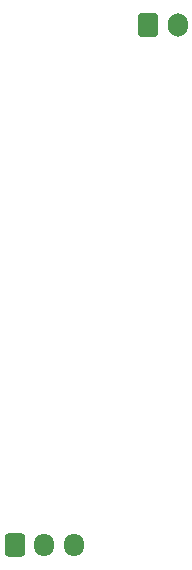
<source format=gbr>
%TF.GenerationSoftware,KiCad,Pcbnew,9.0.4*%
%TF.CreationDate,2025-10-23T14:08:19-04:00*%
%TF.ProjectId,BMS,424d532e-6b69-4636-9164-5f7063625858,rev?*%
%TF.SameCoordinates,Original*%
%TF.FileFunction,Soldermask,Bot*%
%TF.FilePolarity,Negative*%
%FSLAX46Y46*%
G04 Gerber Fmt 4.6, Leading zero omitted, Abs format (unit mm)*
G04 Created by KiCad (PCBNEW 9.0.4) date 2025-10-23 14:08:19*
%MOMM*%
%LPD*%
G01*
G04 APERTURE LIST*
G04 Aperture macros list*
%AMRoundRect*
0 Rectangle with rounded corners*
0 $1 Rounding radius*
0 $2 $3 $4 $5 $6 $7 $8 $9 X,Y pos of 4 corners*
0 Add a 4 corners polygon primitive as box body*
4,1,4,$2,$3,$4,$5,$6,$7,$8,$9,$2,$3,0*
0 Add four circle primitives for the rounded corners*
1,1,$1+$1,$2,$3*
1,1,$1+$1,$4,$5*
1,1,$1+$1,$6,$7*
1,1,$1+$1,$8,$9*
0 Add four rect primitives between the rounded corners*
20,1,$1+$1,$2,$3,$4,$5,0*
20,1,$1+$1,$4,$5,$6,$7,0*
20,1,$1+$1,$6,$7,$8,$9,0*
20,1,$1+$1,$8,$9,$2,$3,0*%
G04 Aperture macros list end*
%ADD10RoundRect,0.250000X-0.600000X-0.750000X0.600000X-0.750000X0.600000X0.750000X-0.600000X0.750000X0*%
%ADD11O,1.700000X2.000000*%
%ADD12RoundRect,0.250000X-0.600000X-0.725000X0.600000X-0.725000X0.600000X0.725000X-0.600000X0.725000X0*%
%ADD13O,1.700000X1.950000*%
G04 APERTURE END LIST*
D10*
%TO.C,J2*%
X151000000Y-69000000D03*
D11*
X153500000Y-69000000D03*
%TD*%
D12*
%TO.C,J1*%
X139675000Y-113000000D03*
D13*
X142175000Y-113000000D03*
X144675000Y-113000000D03*
%TD*%
M02*

</source>
